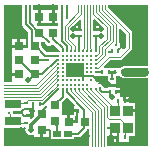
<source format=gtl>
G04*
G04 #@! TF.GenerationSoftware,Altium Limited,Altium Designer,19.0.10 (269)*
G04*
G04 Layer_Physical_Order=1*
G04 Layer_Color=255*
%FSLAX24Y24*%
%MOIN*%
G70*
G01*
G75*
%ADD10C,0.0079*%
%ADD12C,0.0049*%
%ADD13R,0.0335X0.0374*%
%ADD14R,0.0106X0.0118*%
%ADD15R,0.0551X0.0295*%
%ADD16C,0.0079*%
%ADD17R,0.0295X0.0315*%
%ADD18R,0.0256X0.0197*%
%ADD19R,0.0315X0.0295*%
%ADD20R,0.0118X0.0106*%
%ADD29C,0.0118*%
%ADD30C,0.0090*%
%ADD31C,0.0080*%
%ADD32C,0.0300*%
%ADD33R,0.0315X0.0300*%
%ADD34R,0.0630X0.0492*%
%ADD35R,0.0079X0.0177*%
%ADD36C,0.0197*%
%ADD37C,0.0098*%
%ADD38C,0.0165*%
%ADD39C,0.0169*%
G36*
X-630Y2165D02*
Y2008D01*
X-737D01*
Y1781D01*
Y1555D01*
X-630D01*
Y1476D01*
X-1309D01*
X-1338Y1511D01*
X-1319Y1555D01*
X-1300D01*
Y1781D01*
Y2008D01*
X-1456D01*
Y2170D01*
X-1443Y2184D01*
X-679D01*
X-630Y2165D01*
D02*
G37*
G36*
X142Y1667D02*
Y1484D01*
X140D01*
Y1352D01*
X90D01*
Y1302D01*
X-89D01*
X-98Y1297D01*
X-105Y1298D01*
X-128Y1300D01*
X-147Y1298D01*
X-153Y1300D01*
X-193Y1331D01*
X-197Y1339D01*
Y1394D01*
X-93Y1497D01*
X-48Y1471D01*
Y1402D01*
X40D01*
Y1484D01*
X-35D01*
X-62Y1529D01*
X96Y1686D01*
X142Y1667D01*
D02*
G37*
G36*
X752Y1529D02*
X725Y1484D01*
X650D01*
Y1402D01*
X738D01*
Y1471D01*
X783Y1497D01*
X886Y1395D01*
Y1339D01*
X882Y1331D01*
X842Y1300D01*
X836Y1298D01*
X817Y1300D01*
X794Y1298D01*
X788Y1297D01*
X779Y1302D01*
X600D01*
Y1352D01*
X550D01*
Y1484D01*
X547D01*
Y1668D01*
X593Y1687D01*
X752Y1529D01*
D02*
G37*
G36*
X-1821Y2170D02*
Y1522D01*
X-1820Y1503D01*
X-1815Y1485D01*
X-1808Y1468D01*
X-1799Y1452D01*
X-1787Y1438D01*
X-1628Y1280D01*
Y1024D01*
X-1634D01*
Y730D01*
X-1713D01*
Y737D01*
X-2165D01*
Y551D01*
Y89D01*
Y-88D01*
X-1939D01*
Y-188D01*
X-2165D01*
Y-374D01*
X-2206Y-396D01*
X-2420D01*
X-2420Y-396D01*
Y2184D01*
X-1834D01*
X-1821Y2170D01*
D02*
G37*
G36*
X1638Y1198D02*
Y786D01*
X1561Y708D01*
X1514Y728D01*
Y776D01*
X1477D01*
X1471Y779D01*
X1449Y803D01*
X1437Y826D01*
X1437Y837D01*
X1436Y857D01*
X1431Y876D01*
X1423Y895D01*
X1413Y912D01*
X1413Y912D01*
Y1359D01*
X1459Y1378D01*
X1638Y1198D01*
D02*
G37*
G36*
X-1043Y876D02*
X-1040Y867D01*
X-1029Y850D01*
X-1016Y834D01*
X-1001Y821D01*
X-983Y811D01*
X-965Y803D01*
X-945Y798D01*
X-925Y797D01*
X-905Y798D01*
X-886Y803D01*
X-867Y811D01*
X-850Y821D01*
X-834Y834D01*
X-833Y836D01*
X-787Y845D01*
X-768Y842D01*
X-695Y769D01*
X-695Y769D01*
X-580Y653D01*
Y620D01*
X-599Y601D01*
X-1013D01*
X-1181Y769D01*
Y948D01*
X-1135Y967D01*
X-1043Y876D01*
D02*
G37*
G36*
X2361Y131D02*
X2234D01*
X2234Y131D01*
X1588D01*
X1562Y129D01*
X1536Y124D01*
X1511Y116D01*
X1488Y104D01*
X1466Y90D01*
X1453Y78D01*
X1407Y69D01*
X1407Y69D01*
X1144D01*
Y69D01*
X921D01*
X902Y115D01*
X1116Y329D01*
X1432D01*
X1448Y331D01*
X1464Y334D01*
X1479Y341D01*
X1493Y349D01*
X1505Y360D01*
X1815Y670D01*
X1826Y682D01*
X1834Y696D01*
X1841Y711D01*
X1845Y727D01*
X1846Y743D01*
Y1241D01*
X1845Y1258D01*
X1841Y1273D01*
X1834Y1288D01*
X1826Y1302D01*
X1815Y1315D01*
X1039Y2091D01*
Y2184D01*
X2361D01*
Y131D01*
D02*
G37*
G36*
X1407Y-207D02*
Y-207D01*
X1407Y-207D01*
X1453Y-216D01*
X1466Y-227D01*
X1488Y-242D01*
X1511Y-253D01*
X1536Y-262D01*
X1562Y-267D01*
X1588Y-268D01*
X2234D01*
X2234Y-268D01*
X2361D01*
Y-2519D01*
X1014D01*
Y-2187D01*
X1234D01*
Y-2196D01*
X1366D01*
Y-2246D01*
X1416D01*
Y-2384D01*
X1722D01*
Y-2187D01*
X1950D01*
Y-1666D01*
X1950Y-1655D01*
X1950D01*
Y-1616D01*
X1950D01*
Y-1400D01*
X1704D01*
Y-1300D01*
X1950D01*
Y-1084D01*
X1722D01*
Y-1075D01*
X1590D01*
Y-1025D01*
X1540D01*
Y-887D01*
X1483D01*
X1445Y-859D01*
Y-771D01*
X1313D01*
Y-671D01*
X1445D01*
Y-584D01*
X1310D01*
Y-561D01*
X1035D01*
Y-584D01*
X957D01*
Y-603D01*
X891D01*
X888Y-600D01*
X887Y-580D01*
X882Y-560D01*
X874Y-542D01*
X864Y-525D01*
X851Y-509D01*
X835Y-496D01*
X818Y-486D01*
X800Y-478D01*
X780Y-473D01*
X760Y-472D01*
X740Y-473D01*
X720Y-478D01*
X698Y-433D01*
X704Y-428D01*
X716Y-414D01*
X726Y-398D01*
X727Y-394D01*
X620D01*
Y-344D01*
X590Y-314D01*
X590Y-207D01*
X716Y-207D01*
X716Y-207D01*
X1035D01*
Y-461D01*
X1310D01*
Y-207D01*
X1407D01*
X1407Y-207D01*
D02*
G37*
G36*
X-1846Y-1469D02*
X-2096D01*
X-2131Y-1430D01*
X-2133Y-1410D01*
X-2135Y-1401D01*
X-2119Y-1371D01*
X-2101Y-1351D01*
X-1846D01*
Y-1469D01*
D02*
G37*
G36*
X-1416Y-1515D02*
X-1521Y-1620D01*
X-1571Y-1599D01*
Y-1575D01*
X-1709D01*
Y-1475D01*
X-1571D01*
Y-1268D01*
X-1416D01*
Y-1515D01*
D02*
G37*
G36*
X-82Y-1166D02*
X-101Y-1212D01*
X-114D01*
Y-1300D01*
X18D01*
Y-1400D01*
X-114D01*
Y-1488D01*
X-162Y-1494D01*
X-226D01*
Y-1680D01*
X-49D01*
Y-1520D01*
X-10Y-1497D01*
X29Y-1520D01*
Y-1780D01*
X-49D01*
Y-1780D01*
X-276D01*
Y-1730D01*
X-326D01*
Y-1494D01*
X-451D01*
X-487Y-1458D01*
X-487Y-1348D01*
X-494Y-1347D01*
Y-1075D01*
X-399Y-979D01*
X-386Y-965D01*
X-377Y-949D01*
X-374Y-942D01*
X-343Y-931D01*
X-318Y-930D01*
X-82Y-1166D01*
D02*
G37*
G36*
X-1711Y-1942D02*
X-1711Y-1944D01*
X-1716Y-1967D01*
X-1718Y-1990D01*
X-1716Y-2013D01*
X-1711Y-2036D01*
X-1704Y-2058D01*
X-1694Y-2079D01*
X-1681Y-2098D01*
X-1666Y-2116D01*
X-1648Y-2131D01*
X-1629Y-2144D01*
X-1608Y-2154D01*
X-1586Y-2161D01*
X-1563Y-2166D01*
X-1540Y-2168D01*
X-1517Y-2166D01*
X-1494Y-2161D01*
X-1472Y-2154D01*
X-1466Y-2151D01*
X-1427Y-2169D01*
X-1416Y-2181D01*
Y-2232D01*
X-1230D01*
Y-2006D01*
Y-1909D01*
X-1130D01*
Y-2006D01*
Y-2232D01*
X-944D01*
Y-1973D01*
X-926Y-1961D01*
X-876Y-1987D01*
Y-2297D01*
X-89D01*
Y-2238D01*
X40D01*
X59Y-2237D01*
X77Y-2233D01*
X94Y-2226D01*
X110Y-2216D01*
X124Y-2204D01*
X326Y-2002D01*
X338Y-1987D01*
X348Y-1972D01*
X350Y-1966D01*
X413D01*
Y-2519D01*
X-2420D01*
Y-1922D01*
X-1778D01*
Y-1913D01*
X-1741Y-1900D01*
X-1711Y-1942D01*
D02*
G37*
%LPC*%
G36*
X-837Y2008D02*
X-1200D01*
Y1781D01*
Y1555D01*
X-837D01*
Y1781D01*
Y2008D01*
D02*
G37*
G36*
X-1713Y1024D02*
X-1889D01*
Y837D01*
X-1713D01*
Y1024D01*
D02*
G37*
G36*
X-1989D02*
X-2165D01*
Y837D01*
X-1989D01*
Y1024D01*
D02*
G37*
G36*
X1722Y-887D02*
X1640D01*
Y-975D01*
X1722D01*
Y-887D01*
D02*
G37*
G36*
X1316Y-2296D02*
X1234D01*
Y-2384D01*
X1316D01*
Y-2296D01*
D02*
G37*
%LPD*%
D10*
X-1920Y340D02*
X-1425Y-155D01*
X1035Y-1921D02*
X1252Y-1921D01*
X1366Y-2226D02*
Y-2035D01*
X1252Y-1921D02*
X1366Y-2035D01*
X1084Y-2246D02*
X1133Y-2196D01*
X1133Y-2039D02*
X1133Y-2196D01*
X1133Y-2039D02*
X1252Y-1921D01*
X1590Y-1045D02*
X1783D01*
X1783Y-1045D01*
X760Y-656D02*
X825Y-721D01*
X1089D01*
Y-823D02*
Y-721D01*
Y-823D02*
X1171Y-905D01*
X700Y1520D02*
X817Y1403D01*
X1053Y610D02*
X1132D01*
X1369Y658D02*
X1526Y815D01*
X1132Y610D02*
X1151Y629D01*
X-1703Y1522D02*
X-1510Y1329D01*
Y890D02*
Y1329D01*
Y890D02*
X-1407Y787D01*
X-1703Y1522D02*
Y2170D01*
X-1575Y1575D02*
X-1250Y1250D01*
X-1575Y1575D02*
Y2170D01*
X-482Y-896D02*
Y-620D01*
X-720Y-1133D02*
X-482Y-896D01*
X-720Y-1168D02*
Y-1133D01*
X-1033Y-1233D02*
Y-1231D01*
X-1180Y-1380D02*
X-1033Y-1233D01*
X-1130Y-1130D02*
X-620Y-620D01*
X-1228Y-1130D02*
X-1130D01*
X-669Y-2120D02*
Y-1856D01*
X-720Y-1806D02*
X-669Y-1856D01*
X-927Y-2006D02*
X-921Y-2012D01*
X-1180Y-2006D02*
X-927D01*
X242Y-1918D02*
Y-1350D01*
X40Y-2120D02*
X242Y-1918D01*
X-295Y-2120D02*
X40D01*
X242Y-1350D02*
Y-1322D01*
X-344Y-736D02*
X242Y-1322D01*
X-1868Y-1411D02*
Y-1410D01*
Y-1411D02*
X-1755Y-1525D01*
X-1709D01*
Y-1306D02*
X-1459D01*
X-1868Y-1410D02*
X-1764Y-1306D01*
X-1709D01*
X-1459D02*
X-1453Y-1313D01*
Y-1130D01*
X-306Y-1740D02*
X-256Y-1790D01*
X10Y-1650D02*
Y-1350D01*
X518Y-208D02*
X539D01*
X-345Y-735D02*
X-344Y-736D01*
Y-620D01*
X-345Y-735D02*
Y-620D01*
X-1180Y-1474D02*
Y-1380D01*
X-1154Y-138D02*
X-672Y344D01*
X-1407Y-138D02*
X-1154D01*
X-1643Y-324D02*
X-1593D01*
X-1425Y-155D02*
X-1407Y-138D01*
X-1593Y-324D02*
X-1425Y-155D01*
X539Y-208D02*
X620Y-289D01*
Y-344D02*
Y-289D01*
Y-69D02*
X845D01*
X760Y-600D02*
X760Y-656D01*
X1132Y-511D02*
X1173D01*
X924Y-303D02*
X1132Y-511D01*
X207Y-207D02*
X517D01*
X518Y-208D01*
X811Y1128D02*
X817Y1122D01*
X600Y1128D02*
X811D01*
X600D02*
X620Y1108D01*
Y620D02*
Y1108D01*
X69Y620D02*
Y1108D01*
X89Y1128D01*
X-122D02*
X89D01*
X-128Y1122D02*
X-122Y1128D01*
X-482Y620D02*
Y723D01*
X-787Y1029D02*
X-482Y723D01*
X-787Y1029D02*
Y1250D01*
X-672Y344D02*
X-620D01*
X-344Y1722D02*
Y2165D01*
Y620D02*
Y796D01*
X-512Y963D02*
X-344Y796D01*
X-512Y963D02*
Y2165D01*
X-127Y1366D02*
X76D01*
X90Y1352D01*
X614Y1366D02*
X817D01*
X600Y1352D02*
X614Y1366D01*
X-1250Y1250D02*
X-925Y925D01*
X-1388Y344D02*
X-954D01*
X-1407Y325D02*
X-1388Y344D01*
X-1407Y787D02*
X-1367D01*
X-1062Y482D01*
X-620D01*
X-127Y1366D02*
Y1403D01*
X-10Y1520D01*
D12*
X1252Y-1350D02*
X1366Y-1236D01*
Y-1045D01*
X1074Y-1635D02*
X1425D01*
X1590Y-1801D01*
X1010Y-1571D02*
X1074Y-1635D01*
X482Y-678D02*
X1010Y-1206D01*
X1590Y-2226D02*
Y-1801D01*
X1252Y-1350D02*
Y-1308D01*
X620Y-676D02*
X1252Y-1308D01*
X1010Y-1571D02*
Y-1206D01*
X910Y-2520D02*
Y-1244D01*
X344Y-679D02*
X910Y-1244D01*
X812Y-2520D02*
Y-1285D01*
X207Y-680D02*
X812Y-1285D01*
X713Y-2520D02*
Y-1326D01*
X69Y-682D02*
X713Y-1326D01*
X615Y-2520D02*
Y-1367D01*
X-69Y-683D02*
X615Y-1367D01*
X516Y-2520D02*
Y-1407D01*
X-207Y-684D02*
X516Y-1407D01*
X837Y2008D02*
X1309Y1535D01*
Y837D02*
Y1535D01*
X709Y69D02*
X1073Y433D01*
X1432D01*
X1742Y743D01*
X620Y69D02*
X709D01*
X1742Y743D02*
Y1241D01*
X935Y2048D02*
X1742Y1241D01*
X837Y2008D02*
Y2185D01*
X935Y2048D02*
Y2185D01*
X-1152Y-992D02*
X-642Y-482D01*
X-1619Y-992D02*
X-1152D01*
X-1193Y-894D02*
X-644Y-344D01*
X-2420Y-894D02*
X-1193D01*
X-1234Y-795D02*
X-645Y-207D01*
X-2420Y-795D02*
X-1234D01*
X-1275Y-697D02*
X-647Y-69D01*
X-2420Y-697D02*
X-1275D01*
X-1315Y-598D02*
X-648Y69D01*
X-2420Y-598D02*
X-1315D01*
X-1356Y-500D02*
X-649Y207D01*
X-2420Y-500D02*
X-1356D01*
X344Y-679D02*
Y-620D01*
X482Y-678D02*
Y-620D01*
X620Y-676D02*
Y-620D01*
X-1709Y-1082D02*
X-1619Y-992D01*
X-2230Y-1098D02*
X-2230Y-1125D01*
X-207Y-684D02*
Y-620D01*
X-69Y-683D02*
Y-620D01*
X69D02*
X69Y-682D01*
X207Y-680D02*
Y-620D01*
X482Y620D02*
Y688D01*
X443Y727D02*
X482Y688D01*
X207Y620D02*
Y697D01*
X-642Y-482D02*
X-620D01*
X-644Y-344D02*
X-620D01*
X-645Y-207D02*
X-620D01*
X-647Y-69D02*
X-620D01*
X-648Y69D02*
X-620D01*
X-649Y207D02*
X-620D01*
X-2260Y-1430D02*
X-2234Y-1456D01*
X344Y620D02*
Y2185D01*
X-69Y620D02*
Y819D01*
X-300Y1051D02*
X-69Y819D01*
X-300Y1051D02*
Y1436D01*
X-207Y620D02*
Y818D01*
X-399Y1010D02*
X-207Y818D01*
X-399Y1010D02*
Y1477D01*
X620Y482D02*
X642D01*
X620Y344D02*
X644D01*
X207Y697D02*
X246Y736D01*
Y2185D01*
X443Y727D02*
Y2185D01*
X541Y1885D02*
Y2185D01*
X640Y1926D02*
Y2185D01*
X-300Y1436D02*
X148Y1884D01*
Y2185D01*
X49Y1925D02*
Y2185D01*
X-399Y1477D02*
X49Y1925D01*
X-2230Y-1125D02*
X-2132D01*
X-2234Y-1593D02*
Y-1456D01*
Y-1593D02*
X-2142Y-1686D01*
X-2132Y-1696D02*
X-2079Y-1749D01*
X-1709D01*
X-2132Y-1125D02*
X-2089Y-1082D01*
X-1709D01*
X645Y207D02*
X930Y492D01*
Y713D02*
X1186Y969D01*
X733Y795D02*
X989Y1051D01*
X832Y754D02*
X1088Y1010D01*
X620Y207D02*
X645D01*
X541Y1885D02*
X989Y1437D01*
Y1051D02*
Y1437D01*
X640Y1926D02*
X1088Y1478D01*
Y1010D02*
Y1478D01*
X738Y1967D02*
Y2185D01*
Y1967D02*
X1186Y1519D01*
Y969D02*
Y1519D01*
X642Y482D02*
X733Y573D01*
Y795D01*
X644Y344D02*
X832Y532D01*
Y754D01*
X930Y492D02*
Y713D01*
D13*
X1704Y-1350D02*
D03*
X1252D02*
D03*
Y-1921D02*
D03*
X1704D02*
D03*
D14*
X1590Y-2246D02*
D03*
X1366D02*
D03*
X1366Y-1025D02*
D03*
X1590D02*
D03*
X1089Y-721D02*
D03*
X1313D02*
D03*
X1275Y-69D02*
D03*
X1500D02*
D03*
X845Y-69D02*
D03*
X1070D02*
D03*
X18Y-1350D02*
D03*
X242D02*
D03*
X1383Y639D02*
D03*
X1158D02*
D03*
X-1453Y-1130D02*
D03*
X-1228D02*
D03*
D15*
X-2132Y-1696D02*
D03*
Y-1125D02*
D03*
D16*
X-620Y620D02*
D03*
X620Y-344D02*
D03*
X482D02*
D03*
X620Y-620D02*
D03*
X-482Y620D02*
D03*
X-344D02*
D03*
X-207D02*
D03*
X-69D02*
D03*
X69D02*
D03*
X207D02*
D03*
X344D02*
D03*
X482D02*
D03*
X620D02*
D03*
X-620Y482D02*
D03*
X-482D02*
D03*
X-344D02*
D03*
X-207D02*
D03*
X-69D02*
D03*
X69D02*
D03*
X207D02*
D03*
X344D02*
D03*
X482D02*
D03*
X620D02*
D03*
X-620Y344D02*
D03*
X-482D02*
D03*
X-344D02*
D03*
X-207D02*
D03*
X-69D02*
D03*
X69D02*
D03*
X207D02*
D03*
X482D02*
D03*
X620D02*
D03*
X-620Y207D02*
D03*
X-482D02*
D03*
X-344D02*
D03*
X-207D02*
D03*
X-69D02*
D03*
X69D02*
D03*
X207D02*
D03*
X344D02*
D03*
X482D02*
D03*
X620D02*
D03*
X-620Y69D02*
D03*
X-482D02*
D03*
X-344D02*
D03*
X-207D02*
D03*
X-69D02*
D03*
X69D02*
D03*
X207D02*
D03*
X344D02*
D03*
X482D02*
D03*
X620D02*
D03*
X-620Y-69D02*
D03*
X-482D02*
D03*
X-344D02*
D03*
X-207D02*
D03*
X-69D02*
D03*
X69D02*
D03*
X207D02*
D03*
X344D02*
D03*
X482D02*
D03*
X620D02*
D03*
X-620Y-207D02*
D03*
X-482D02*
D03*
X-344D02*
D03*
X-207D02*
D03*
X-69D02*
D03*
X69D02*
D03*
X207D02*
D03*
X344D02*
D03*
X-620Y-344D02*
D03*
X-482D02*
D03*
X-344D02*
D03*
X-207D02*
D03*
X-69D02*
D03*
X69D02*
D03*
X207D02*
D03*
X-620Y-482D02*
D03*
X-482D02*
D03*
X-344D02*
D03*
X-207D02*
D03*
X-69D02*
D03*
X69D02*
D03*
X207D02*
D03*
X344D02*
D03*
X-620Y-620D02*
D03*
X-482D02*
D03*
X-344D02*
D03*
X-207D02*
D03*
X-69D02*
D03*
X69D02*
D03*
X207D02*
D03*
X344D02*
D03*
X482D02*
D03*
D17*
X-1407Y325D02*
D03*
X-1939D02*
D03*
X-1407Y787D02*
D03*
X-1939D02*
D03*
X-276Y-1730D02*
D03*
X256D02*
D03*
X-1407Y-138D02*
D03*
X-1939D02*
D03*
D18*
X-295Y-2120D02*
D03*
X-669D02*
D03*
D19*
X-730Y-1174D02*
D03*
Y-1706D02*
D03*
X-1250Y1250D02*
D03*
Y1781D02*
D03*
X-787Y1250D02*
D03*
Y1781D02*
D03*
X-1180Y-1474D02*
D03*
Y-2006D02*
D03*
D20*
X-1709Y-1306D02*
D03*
Y-1082D02*
D03*
Y-1525D02*
D03*
Y-1749D02*
D03*
X600Y1352D02*
D03*
Y1128D02*
D03*
X90Y1352D02*
D03*
Y1128D02*
D03*
X1173Y-287D02*
D03*
Y-511D02*
D03*
D29*
X-1540Y-1834D02*
X-1180Y-1474D01*
X-1540Y-1990D02*
Y-1834D01*
D30*
X1072Y-69D02*
X1178D01*
X1275D01*
X1280D01*
D31*
X1173Y-74D02*
X1178Y-69D01*
X1173Y-287D02*
Y-74D01*
D32*
X1588Y-69D02*
X2234D01*
D33*
X2227Y-69D02*
D03*
D34*
X-69Y0D02*
D03*
D35*
X207Y-256D02*
D03*
D36*
X1144Y-2246D02*
D03*
X1813Y-966D02*
D03*
X1526Y-758D02*
D03*
X1171Y-905D02*
D03*
X1969Y837D02*
D03*
X1526Y815D02*
D03*
X1526Y1161D02*
D03*
X2244Y2077D02*
D03*
X1201Y2077D02*
D03*
X-420Y-2421D02*
D03*
X-1540Y-1990D02*
D03*
X-360Y-1130D02*
D03*
X-374Y-1374D02*
D03*
X-1490Y-1350D02*
D03*
X1821Y-389D02*
D03*
X2244Y249D02*
D03*
Y-389D02*
D03*
X1821Y249D02*
D03*
X1148Y190D02*
D03*
X924Y-303D02*
D03*
X1440Y-380D02*
D03*
X-1643Y-324D02*
D03*
X817Y1122D02*
D03*
X-128D02*
D03*
X-127Y1366D02*
D03*
X817D02*
D03*
X-2264Y-138D02*
D03*
Y778D02*
D03*
X-1870Y-2006D02*
D03*
X-1250Y2087D02*
D03*
X-807D02*
D03*
X2244Y1299D02*
D03*
X-1921Y2047D02*
D03*
X-1810Y1290D02*
D03*
X-2303Y1368D02*
D03*
Y2047D02*
D03*
X-1190Y-2350D02*
D03*
X-2303Y-2402D02*
D03*
X2264Y-1171D02*
D03*
Y-2421D02*
D03*
X320Y-2190D02*
D03*
D37*
X1035Y-1921D02*
D03*
X1053Y610D02*
D03*
X1309Y837D02*
D03*
X-1033Y-1231D02*
D03*
X146Y-1220D02*
D03*
X-2000Y-1410D02*
D03*
X-620Y620D02*
D03*
X760Y-600D02*
D03*
X482Y-346D02*
D03*
X344Y-482D02*
D03*
X-482D02*
D03*
X-344D02*
D03*
X-207D02*
D03*
X-69D02*
D03*
X69D02*
D03*
X207D02*
D03*
X482Y-69D02*
D03*
Y69D02*
D03*
Y207D02*
D03*
Y344D02*
D03*
Y482D02*
D03*
X344D02*
D03*
X207D02*
D03*
X69D02*
D03*
X-69D02*
D03*
X-207D02*
D03*
X-344D02*
D03*
X-482Y344D02*
D03*
Y207D02*
D03*
Y-69D02*
D03*
Y-207D02*
D03*
Y-344D02*
D03*
X-344Y344D02*
D03*
X-69D02*
D03*
X69D02*
D03*
X207D02*
D03*
X344Y69D02*
D03*
Y207D02*
D03*
X-344Y-344D02*
D03*
X-207D02*
D03*
X69D02*
D03*
X-482Y69D02*
D03*
X-207Y344D02*
D03*
X344Y-69D02*
D03*
X-2260Y-1430D02*
D03*
X-344Y1722D02*
D03*
X-482Y482D02*
D03*
X-69Y-344D02*
D03*
X-925Y925D02*
D03*
X-954Y344D02*
D03*
X-1680Y790D02*
D03*
D38*
X-1120Y870D02*
D03*
D39*
X67Y-72D02*
D03*
X-263Y-50D02*
D03*
M02*

</source>
